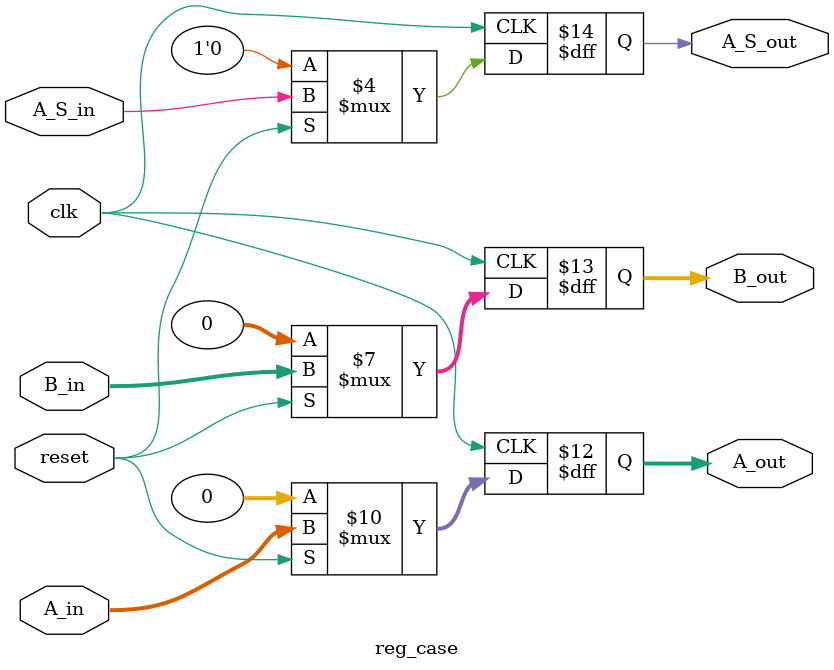
<source format=v>
module reg_case (
    input  wire        clk,
    input  wire        reset,    // Active high synchronous reset
    input  wire [31:0] A_in,
    input  wire [31:0] B_in,
    input  wire        A_S_in,
    output reg  [31:0] A_out,
    output reg  [31:0] B_out,
    output reg         A_S_out
);

    always @(posedge clk) begin
        if (!reset) begin
            A_out <= 32'd0;
            B_out <= 32'd0;
            A_S_out     <= 1'b0;
        end else begin
            A_out <= A_in;
            B_out <= B_in;
            A_S_out     <= A_S_in;
        end
    end

endmodule

</source>
